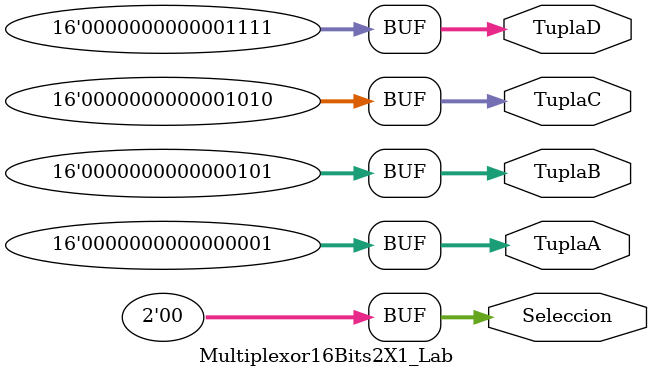
<source format=v>
module Multiplexor16Bits2X1_Lab (/*AUTOARG*/
   // Outputs
   TuplaA, TuplaB, TuplaC, TuplaD, Seleccion
   ) ;
   output reg [15:0] TuplaA, TuplaB, TuplaC, TuplaD;
   output reg [1:0] Seleccion;

   wire   [15:0] Mux_Rta;
   
   Multiplexor16Bits4X1 Mux (Mux_Rta,TuplaA,TuplaB,TuplaC,TuplaD,Seleccion);

   //Simulación:
   initial begin
      TuplaA = 16'h1;
      TuplaB = 16'h5;
      TuplaC = 16'hA;
      TuplaD = 16'hF;
      Seleccion = 2'b00;
   end

   initial begin
      repeat (5) begin
	 #1 Seleccion <= Seleccion+1;	 
      end
   end

   initial begin
      $dumpfile ("Multiplexor16Bits4X1_Lab.vcd");
      $dumpvars;
   end  

   
endmodule // Multiplexor16Bits2X1_Lab

</source>
